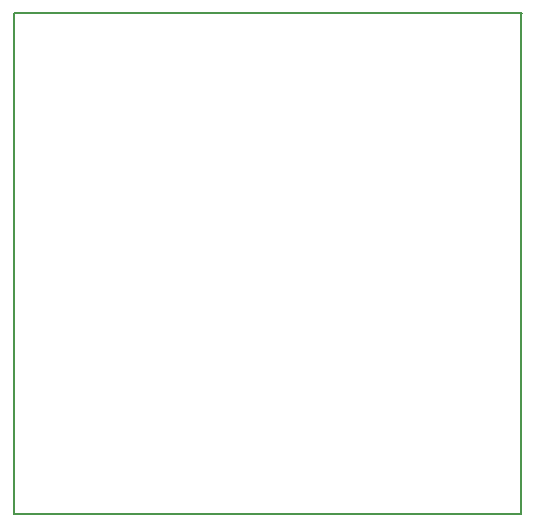
<source format=gbr>
G04 #@! TF.GenerationSoftware,KiCad,Pcbnew,(5.0.1-3-g963ef8bb5)*
G04 #@! TF.CreationDate,2018-12-13T09:38:25+09:00*
G04 #@! TF.ProjectId,guitarif,67756974617269662E6B696361645F70,rev?*
G04 #@! TF.SameCoordinates,Original*
G04 #@! TF.FileFunction,Profile,NP*
%FSLAX46Y46*%
G04 Gerber Fmt 4.6, Leading zero omitted, Abs format (unit mm)*
G04 Created by KiCad (PCBNEW (5.0.1-3-g963ef8bb5)) date 2018 December 13, Thursday 09:38:25*
%MOMM*%
%LPD*%
G01*
G04 APERTURE LIST*
%ADD10C,0.150000*%
G04 APERTURE END LIST*
D10*
X207500000Y-54100000D02*
X207600000Y-54100000D01*
X164600000Y-54100000D02*
X207500000Y-54100000D01*
X164610000Y-96470000D02*
X164610000Y-54120000D01*
X207580000Y-96470000D02*
X164610000Y-96470000D01*
X207580000Y-54100000D02*
X207580000Y-96470000D01*
M02*

</source>
